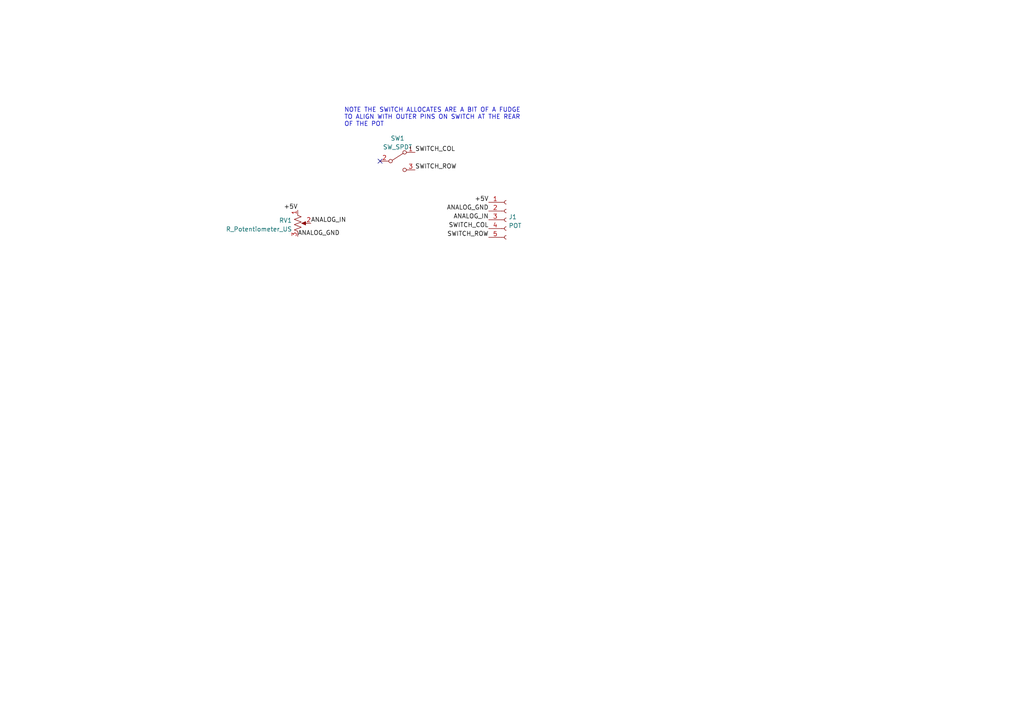
<source format=kicad_sch>
(kicad_sch (version 20211123) (generator eeschema)
  (paper "A4")
  (lib_symbols
    (symbol "Connector:Conn_01x05_Female" (pin_names (offset 1.016) hide)
      (property "Reference" "J" (at 0 7.62 0))
      (property "Value" "Conn_01x05_Female" (at 0 -7.62 0))
      (symbol "Conn_01x05_Female_1_1"
        (arc (start 0 -4.572) (mid -0.508 -5.08) (end 0 -5.588) (stroke (width 0.1524)))
        (arc (start 0 -2.032) (mid -0.508 -2.54) (end 0 -3.048) (stroke (width 0.1524)))
        (polyline (pts (xy -1.27 -5.08) (xy -0.508 -5.08)) (stroke (width 0.1524)))
        (polyline (pts (xy -1.27 -2.54) (xy -0.508 -2.54)) (stroke (width 0.1524)))
        (polyline (pts (xy -1.27 0) (xy -0.508 0)) (stroke (width 0.1524)))
        (polyline (pts (xy -1.27 2.54) (xy -0.508 2.54)) (stroke (width 0.1524)))
        (polyline (pts (xy -1.27 5.08) (xy -0.508 5.08)) (stroke (width 0.1524)))
        (arc (start 0 0.508) (mid -0.508 0) (end 0 -0.508) (stroke (width 0.1524)))
        (arc (start 0 3.048) (mid -0.508 2.54) (end 0 2.032) (stroke (width 0.1524)))
        (arc (start 0 5.588) (mid -0.508 5.08) (end 0 4.572) (stroke (width 0.1524)))
        (pin passive line (at -5.08 5.08 0) (length 3.81) (name "Pin_1") (number "1"))
        (pin passive line (at -5.08 2.54 0) (length 3.81) (name "Pin_2") (number "2"))
        (pin passive line (at -5.08 0 0) (length 3.81) (name "Pin_3") (number "3"))
        (pin passive line (at -5.08 -2.54 0) (length 3.81) (name "Pin_4") (number "4"))
        (pin passive line (at -5.08 -5.08 0) (length 3.81) (name "Pin_5") (number "5"))
      )
    )
    (symbol "Device:R_Potentiometer_US" (pin_names (offset 1.016) hide)
      (property "Reference" "RV" (at -4.445 0 90))
      (property "Value" "R_Potentiometer_US" (at -2.54 0 90))
      (symbol "R_Potentiometer_US_0_1"
        (polyline (pts (xy 0 -2.286) (xy 0 -2.54)))
        (polyline (pts (xy 0 2.54) (xy 0 2.286)))
        (polyline (pts (xy 2.54 0) (xy 1.524 0)))
        (polyline (pts (xy 1.143 0) (xy 2.286 0.508) (xy 2.286 -0.508) (xy 1.143 0)) (fill (type outline)))
        (polyline (pts (xy 0 -0.762) (xy 1.016 -1.143) (xy 0 -1.524) (xy -1.016 -1.905) (xy 0 -2.286)))
        (polyline (pts (xy 0 0.762) (xy 1.016 0.381) (xy 0 0) (xy -1.016 -0.381) (xy 0 -0.762)))
        (polyline (pts (xy 0 2.286) (xy 1.016 1.905) (xy 0 1.524) (xy -1.016 1.143) (xy 0 0.762)))
      )
      (symbol "R_Potentiometer_US_1_1"
        (pin passive line (at 0 3.81 270) (length 1.27) (name "1") (number "1"))
        (pin passive line (at 3.81 0 180) (length 1.27) (name "2") (number "2"))
        (pin passive line (at 0 -3.81 90) (length 1.27) (name "3") (number "3"))
      )
    )
    (symbol "Switch:SW_SPDT" (pin_names (offset 0) hide)
      (property "Reference" "SW" (at 0 4.318 0))
      (property "Value" "SW_SPDT" (at 0 -5.08 0))
      (symbol "SW_SPDT_0_0"
        (circle (center -2.032 0) (radius 0.508))
        (circle (center 2.032 -2.54) (radius 0.508))
      )
      (symbol "SW_SPDT_0_1"
        (polyline (pts (xy -1.524 0.254) (xy 1.651 2.286)))
        (circle (center 2.032 2.54) (radius 0.508))
      )
      (symbol "SW_SPDT_1_1"
        (pin passive line (at 5.08 2.54 180) (length 2.54) (name "A") (number "1"))
        (pin passive line (at -5.08 0 0) (length 2.54) (name "B") (number "2"))
        (pin passive line (at 5.08 -2.54 180) (length 2.54) (name "C") (number "3"))
      )
    )
  )
  (no_connect (at 110.236 46.736))
  (text "NOTE THE SWITCH ALLOCATES ARE A BIT OF A FUDGE\nTO ALIGN WITH OUTER PINS ON SWITCH AT THE REAR \nOF THE POT\n" (at 99.822 36.83 0) (effects (font (size 1.27 1.27)) (justify left bottom)))
  (label "ANALOG_IN" (at 90.17 64.77 0))
  (label "ANALOG_IN" (at 141.732 63.754 180))
  (label "SWITCH_COL" (at 120.396 44.196 0))
  (label "SWITCH_COL" (at 141.732 66.294 180))
  (label "SWITCH_ROW" (at 141.732 68.834 180))
  (label "SWITCH_ROW" (at 120.396 49.276 0))
  (label "ANALOG_GND" (at 86.36 68.58 0))
  (label "+5V" (at 86.36 60.96 180))
  (label "+5V" (at 141.732 58.674 180))
  (label "ANALOG_GND" (at 141.732 61.214 180))
  (symbol (lib_id "Switch:SW_SPDT") (at 115.316 46.736 0) (unit 1)
    (property "Reference" "SW1" (at 115.316 40.1152 0))
    (property "Value" "SW_SPDT" (at 115.316 42.6521 0))
    (property "Footprint" "Connector_PinHeader_2.54mm:PinHeader_1x03_P2.54mm_Vertical" (effects hide))
  )
  (symbol (lib_id "Connector:Conn_01x05_Female") (at 146.812 63.754 0) (unit 1)
    (property "Reference" "J1" (at 147.5232 62.9193 0) (effects (justify left)))
    (property "Value" "POT" (at 147.5232 65.4562 0) (effects (justify left)))
    (property "Footprint" "Connector_Molex:Molex_KK-254_AE-6410-05A_1x05_P2.54mm_Vertical" (effects hide))
  )
  (symbol (lib_id "Device:R_Potentiometer_US") (at 86.36 64.77 0) (unit 1)
    (property "Reference" "RV1" (at 84.7091 63.9353 0) (effects (justify right)))
    (property "Value" "R_Potentiometer_US" (at 84.7091 66.4722 0) (effects (justify right)))
    (property "Footprint" "Connector_PinHeader_2.54mm:PinHeader_1x03_P2.54mm_Vertical" (effects hide))
  )
)
</source>
